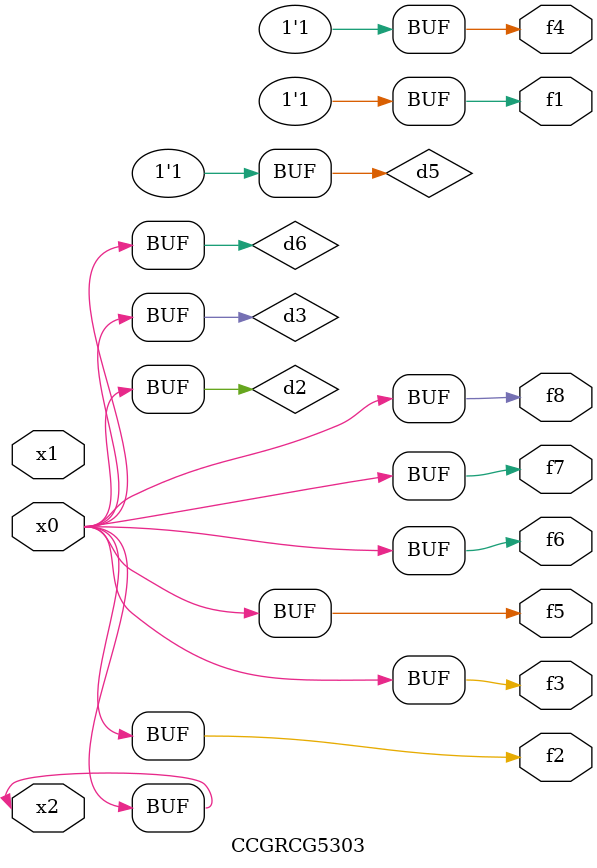
<source format=v>
module CCGRCG5303(
	input x0, x1, x2,
	output f1, f2, f3, f4, f5, f6, f7, f8
);

	wire d1, d2, d3, d4, d5, d6;

	xnor (d1, x2);
	buf (d2, x0, x2);
	and (d3, x0);
	xnor (d4, x1, x2);
	nand (d5, d1, d3);
	buf (d6, d2, d3);
	assign f1 = d5;
	assign f2 = d6;
	assign f3 = d6;
	assign f4 = d5;
	assign f5 = d6;
	assign f6 = d6;
	assign f7 = d6;
	assign f8 = d6;
endmodule

</source>
